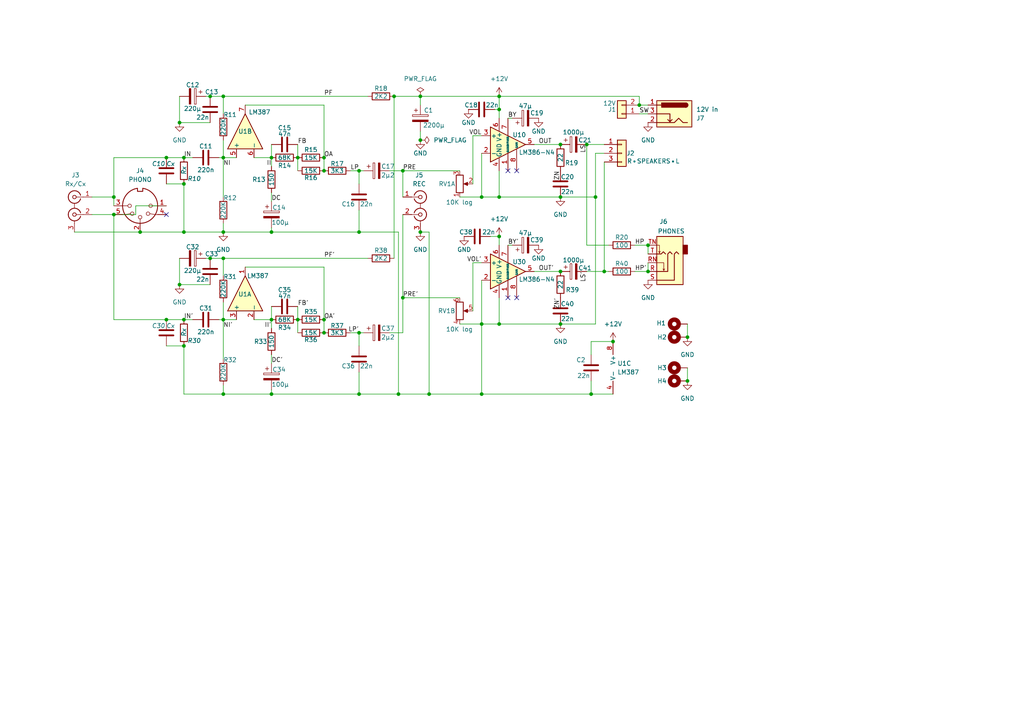
<source format=kicad_sch>
(kicad_sch (version 20231120) (generator "eeschema") (generator_version "8.0")
  (paper "A4")
  (title_block (title "TuchAudio 320 integrated phono amp") (date "2025-10-25") (rev "v1") (company "@zuiko21"))
  (lib_symbols
    (symbol "Amplifier_Audio:LM386" (pin_names (offset 0.127))
      (property "Reference" "U" (at 1.27 7.62 0))
      (property "Value" "LM386" (at 1.27 5.08 0))
      (symbol "LM386_0_1"
        (polyline (pts (xy 5.08 0) (xy -5.08 5.08) (xy -5.08 -5.08) (xy 5.08 0)) (stroke (width 0.254)) (fill (type background)))
      )
      (symbol "LM386_1_1"
        (pin input line (at 0 -7.62 90) (length 5.08) (name "GAIN") (number "1"))
        (pin input line (at -7.62 -2.54 0) (length 2.54) (name "-") (number "2"))
        (pin input line (at -7.62 2.54 0) (length 2.54) (name "+") (number "3"))
        (pin power_in line (at -2.54 -7.62 90) (length 3.81) (name "GND") (number "4"))
        (pin output line (at 7.62 0 180) (length 2.54) (name "~") (number "5"))
        (pin power_in line (at -2.54 7.62 270) (length 3.81) (name "V+") (number "6"))
        (pin input line (at 0 7.62 270) (length 5.08) (name "BYPASS") (number "7"))
        (pin input line (at 2.54 -7.62 90) (length 6.35) (name "GAIN") (number "8"))
      )
    )
    (symbol "Amplifier_Operational:NE5532" (pin_names (offset 0.127))
      (property "Reference" "U" (at 0 5.08 0))
      (property "Value" "NE5532" (at 0 -5.08 0))
      (symbol "NE5532_1_1"
        (polyline (pts (xy -5.08 5.08) (xy 5.08 0) (xy -5.08 -5.08) (xy -5.08 5.08)) (stroke (width 0.254)) (fill (type background)))
        (pin output line (at 7.62 0 180) (length 2.54) (name "~") (number "1"))
        (pin input line (at -7.62 -2.54 0) (length 2.54) (name "-") (number "2"))
        (pin input line (at -7.62 2.54 0) (length 2.54) (name "+") (number "3"))
      )
      (symbol "NE5532_2_1"
        (polyline (pts (xy -5.08 5.08) (xy 5.08 0) (xy -5.08 -5.08) (xy -5.08 5.08)) (stroke (width 0.254)) (fill (type background)))
        (pin input line (at -7.62 2.54 0) (length 2.54) (name "+") (number "5"))
        (pin input line (at -7.62 -2.54 0) (length 2.54) (name "-") (number "6"))
        (pin output line (at 7.62 0 180) (length 2.54) (name "~") (number "7"))
      )
      (symbol "NE5532_3_1"
        (pin power_in line (at -2.54 -7.62 90) (length 3.81) (name "V-") (number "4"))
        (pin power_in line (at -2.54 7.62 270) (length 3.81) (name "V+") (number "8"))
      )
    )
    (symbol "Connector:Barrel_Jack_Switch" (pin_names hide)
      (property "Reference" "J" (at 0 5.334 0))
      (property "Value" "Barrel_Jack_Switch" (at 0 -5.08 0))
      (symbol "Barrel_Jack_Switch_0_1"
        (rectangle (start -5.08 3.81) (end 5.08 -3.81) (stroke (width 0.254)) (fill (type background)))
        (arc (start -3.302 3.175) (mid -3.9343 2.54) (end -3.302 1.905) (stroke (width 0.254)))
        (arc (start -3.302 3.175) (mid -3.9343 2.54) (end -3.302 1.905) (stroke (width 0.254)) (fill (type outline)))
        (polyline (pts (xy 1.27 -2.286) (xy 1.905 -1.651)) (stroke (width 0.254)))
        (polyline (pts (xy 5.08 2.54) (xy 3.81 2.54)) (stroke (width 0.254)))
        (polyline (pts (xy 5.08 0) (xy 1.27 0) (xy 1.27 -2.286) (xy 0.635 -1.651)) (stroke (width 0.254)))
        (polyline (pts (xy -3.81 -2.54) (xy -2.54 -2.54) (xy -1.27 -1.27) (xy 0 -2.54) (xy 2.54 -2.54) (xy 5.08 -2.54)) (stroke (width 0.254)))
        (rectangle (start 3.683 3.175) (end -3.302 1.905) (stroke (width 0.254)) (fill (type outline)))
      )
      (symbol "Barrel_Jack_Switch_1_1"
        (pin passive line (at 7.62 2.54 180) (length 2.54) (name "~") (number "1"))
        (pin passive line (at 7.62 -2.54 180) (length 2.54) (name "~") (number "2"))
        (pin passive line (at 7.62 0 180) (length 2.54) (name "~") (number "3"))
      )
    )
    (symbol "Connector:Conn_Coaxial_x2" (pin_names (offset 1.016) hide)
      (property "Reference" "J" (at 0 5.715 0))
      (property "Value" "Conn_Coaxial_x2" (at 2.921 0 90))
      (symbol "Conn_Coaxial_x2_0_1"
        (arc (start -1.778 -3.048) (mid 0.2311 -4.3466) (end 1.778 -2.54) (stroke (width 0.254)))
        (arc (start -1.778 2.032) (mid 0.2311 0.7334) (end 1.778 2.54) (stroke (width 0.254)))
        (circle (center 0 -2.54) (radius 0.508) (stroke (width 0.2032)))
        (polyline (pts (xy -2.54 -2.54) (xy -0.508 -2.54)))
        (polyline (pts (xy -2.54 2.54) (xy -0.508 2.54)))
        (polyline (pts (xy 0 -5.08) (xy 0 -4.318)))
        (polyline (pts (xy 0 0.762) (xy 0 -0.635)))
        (circle (center 0 2.54) (radius 0.508) (stroke (width 0.2032)))
        (arc (start 1.778 -2.54) (mid 0.2099 -0.7299) (end -1.778 -2.032) (stroke (width 0.254)))
        (arc (start 1.778 2.54) (mid 0.2099 4.3501) (end -1.778 3.048) (stroke (width 0.254)))
      )
      (symbol "Conn_Coaxial_x2_1_1"
        (pin passive line (at -5.08 2.54 0) (length 2.54) (name "IN1") (number "1"))
        (pin passive line (at -5.08 -2.54 0) (length 2.54) (name "IN2") (number "2"))
        (pin passive line (at 0 -7.62 90) (length 2.54) (name "EXT") (number "3"))
      )
    )
    (symbol "Connector:DIN-5_180degree" (pin_names (offset 1.016))
      (property "Reference" "J" (at 3.175 5.715 0))
      (property "Value" "DIN-5_180degree" (at 0 -6.35 0))
      (symbol "DIN-5_180degree_0_1"
        (arc (start -5.08 0) (mid -3.8609 -3.3364) (end -0.762 -5.08) (stroke (width 0.254)))
        (circle (center -3.048 0) (radius 0.508))
        (circle (center -2.286 2.286) (radius 0.508))
        (polyline (pts (xy -5.08 0) (xy -3.556 0)))
        (polyline (pts (xy 0 5.08) (xy 0 3.81)))
        (polyline (pts (xy 5.08 0) (xy 3.556 0)))
        (polyline (pts (xy -5.08 2.54) (xy -4.318 2.54) (xy -2.794 2.286)))
        (polyline (pts (xy 5.08 2.54) (xy 4.318 2.54) (xy 2.794 2.286)))
        (polyline (pts (xy -0.762 -4.953) (xy -0.762 -4.191) (xy 0.762 -4.191) (xy 0.762 -4.953)) (stroke (width 0.254)))
        (circle (center 0 3.302) (radius 0.508))
        (arc (start 0.762 -5.08) (mid 3.8685 -3.343) (end 5.08 0) (stroke (width 0.254)))
        (circle (center 2.286 2.286) (radius 0.508))
        (circle (center 3.048 0) (radius 0.508))
        (arc (start 5.08 0) (mid 0 5.0579) (end -5.08 0) (stroke (width 0.254)))
      )
      (symbol "DIN-5_180degree_1_1"
        (pin passive line (at -7.62 0 0) (length 2.54) (name "~") (number "1"))
        (pin passive line (at 0 7.62 270) (length 2.54) (name "~") (number "2"))
        (pin passive line (at 7.62 0 180) (length 2.54) (name "~") (number "3"))
        (pin passive line (at -7.62 2.54 0) (length 2.54) (name "~") (number "4"))
        (pin passive line (at 7.62 2.54 180) (length 2.54) (name "~") (number "5"))
      )
    )
    (symbol "Connector_Audio:AudioJack3_SwitchTR"
      (property "Reference" "J" (at 0 8.89 0))
      (property "Value" "AudioJack3_SwitchTR" (at 0 6.35 0))
      (symbol "AudioJack3_SwitchTR_0_1"
        (rectangle (start -5.08 -5.08) (end -6.35 -7.62) (stroke (width 0.254)) (fill (type outline)))
        (polyline (pts (xy 0.508 -0.254) (xy 0.762 -0.762)))
        (polyline (pts (xy 1.778 -5.334) (xy 2.032 -5.842)))
        (polyline (pts (xy 0 -5.08) (xy 0.635 -5.715) (xy 1.27 -5.08) (xy 2.54 -5.08)) (stroke (width 0.254)))
        (polyline (pts (xy 2.54 -7.62) (xy 1.778 -7.62) (xy 1.778 -5.334) (xy 1.524 -5.842)))
        (polyline (pts (xy 2.54 -2.54) (xy 0.508 -2.54) (xy 0.508 -0.254) (xy 0.254 -0.762)))
        (polyline (pts (xy -1.905 -5.08) (xy -1.27 -5.715) (xy -0.635 -5.08) (xy -0.635 0) (xy 2.54 0)) (stroke (width 0.254)))
        (polyline (pts (xy 2.54 2.54) (xy -2.54 2.54) (xy -2.54 -5.08) (xy -3.175 -5.715) (xy -3.81 -5.08)) (stroke (width 0.254)))
        (rectangle (start 2.54 3.81) (end -5.08 -10.16) (stroke (width 0.254)) (fill (type background)))
      )
      (symbol "AudioJack3_SwitchTR_1_1"
        (pin passive line (at 5.08 0 180) (length 2.54) (name "~") (number "R"))
        (pin passive line (at 5.08 -2.54 180) (length 2.54) (name "~") (number "RN"))
        (pin passive line (at 5.08 2.54 180) (length 2.54) (name "~") (number "S"))
        (pin passive line (at 5.08 -5.08 180) (length 2.54) (name "~") (number "T"))
        (pin passive line (at 5.08 -7.62 180) (length 2.54) (name "~") (number "TN"))
      )
    )
    (symbol "Connector_Generic:Conn_01x02" (pin_names (offset 1.016) hide)
      (property "Reference" "J" (at 0 2.54 0))
      (property "Value" "Conn_01x02" (at 0 -5.08 0))
      (symbol "Conn_01x02_1_1"
        (rectangle (start -1.27 -2.413) (end 0 -2.667) (stroke (width 0.1524)))
        (rectangle (start -1.27 0.127) (end 0 -0.127) (stroke (width 0.1524)))
        (rectangle (start -1.27 1.27) (end 1.27 -3.81) (stroke (width 0.254)) (fill (type background)))
        (pin passive line (at -5.08 0 0) (length 3.81) (name "Pin_1") (number "1"))
        (pin passive line (at -5.08 -2.54 0) (length 3.81) (name "Pin_2") (number "2"))
      )
    )
    (symbol "Connector_Generic:Conn_01x03" (pin_names (offset 1.016) hide)
      (property "Reference" "J" (at 0 5.08 0))
      (property "Value" "Conn_01x03" (at 0 -5.08 0))
      (symbol "Conn_01x03_1_1"
        (rectangle (start -1.27 -2.413) (end 0 -2.667) (stroke (width 0.1524)))
        (rectangle (start -1.27 0.127) (end 0 -0.127) (stroke (width 0.1524)))
        (rectangle (start -1.27 2.667) (end 0 2.413) (stroke (width 0.1524)))
        (rectangle (start -1.27 3.81) (end 1.27 -3.81) (stroke (width 0.254)) (fill (type background)))
        (pin passive line (at -5.08 2.54 0) (length 3.81) (name "Pin_1") (number "1"))
        (pin passive line (at -5.08 0 0) (length 3.81) (name "Pin_2") (number "2"))
        (pin passive line (at -5.08 -2.54 0) (length 3.81) (name "Pin_3") (number "3"))
      )
    )
    (symbol "Device:C" (pin_numbers hide) (pin_names (offset 0.254))
      (property "Reference" "C" (at 0.635 2.54 0))
      (property "Value" "C" (at 0.635 -2.54 0))
      (symbol "C_0_1"
        (polyline (pts (xy -2.032 -0.762) (xy 2.032 -0.762)) (stroke (width 0.508)))
        (polyline (pts (xy -2.032 0.762) (xy 2.032 0.762)) (stroke (width 0.508)))
      )
      (symbol "C_1_1"
        (pin passive line (at 0 3.81 270) (length 2.794) (name "~") (number "1"))
        (pin passive line (at 0 -3.81 90) (length 2.794) (name "~") (number "2"))
      )
    )
    (symbol "Device:C_Polarized" (pin_numbers hide) (pin_names (offset 0.254))
      (property "Reference" "C" (at 0.635 2.54 0))
      (property "Value" "C_Polarized" (at 0.635 -2.54 0))
      (symbol "C_Polarized_0_1"
        (rectangle (start -2.286 0.508) (end 2.286 1.016))
        (polyline (pts (xy -1.778 2.286) (xy -0.762 2.286)))
        (polyline (pts (xy -1.27 2.794) (xy -1.27 1.778)))
        (rectangle (start 2.286 -0.508) (end -2.286 -1.016) (fill (type outline)))
      )
      (symbol "C_Polarized_1_1"
        (pin passive line (at 0 3.81 270) (length 2.794) (name "~") (number "1"))
        (pin passive line (at 0 -3.81 90) (length 2.794) (name "~") (number "2"))
      )
    )
    (symbol "Device:R" (pin_numbers hide) (pin_names (offset 0))
      (property "Reference" "R" (at 2.032 0 90))
      (property "Value" "R" (at 0 0 90))
      (symbol "R_0_1"
        (rectangle (start -1.016 -2.54) (end 1.016 2.54) (stroke (width 0.254)))
      )
      (symbol "R_1_1"
        (pin passive line (at 0 3.81 270) (length 1.27) (name "~") (number "1"))
        (pin passive line (at 0 -3.81 90) (length 1.27) (name "~") (number "2"))
      )
    )
    (symbol "Device:R_Potentiometer_Dual_Separate" (pin_names (offset 1.016) hide)
      (property "Reference" "RV" (at -4.445 0 90))
      (property "Value" "R_Potentiometer_Dual_Separate" (at -2.54 0 90))
      (symbol "R_Potentiometer_Dual_Separate_0_1"
        (polyline (pts (xy 2.54 0) (xy 1.524 0)))
        (polyline (pts (xy 1.143 0) (xy 2.286 0.508) (xy 2.286 -0.508) (xy 1.143 0)) (fill (type outline)))
        (rectangle (start 1.016 2.54) (end -1.016 -2.54) (stroke (width 0.254)))
      )
      (symbol "R_Potentiometer_Dual_Separate_1_1"
        (pin passive line (at 0 3.81 270) (length 1.27) (name "1") (number "1"))
        (pin passive line (at 3.81 0 180) (length 1.27) (name "2") (number "2"))
        (pin passive line (at 0 -3.81 90) (length 1.27) (name "3") (number "3"))
      )
      (symbol "R_Potentiometer_Dual_Separate_2_1"
        (pin passive line (at 0 3.81 270) (length 1.27) (name "4") (number "4"))
        (pin passive line (at 3.81 0 180) (length 1.27) (name "5") (number "5"))
        (pin passive line (at 0 -3.81 90) (length 1.27) (name "6") (number "6"))
      )
    )
    (symbol "Mechanical:MountingHole_Pad" (pin_numbers hide) (pin_names (offset 1.016) hide) (exclude_from_sim yes) (in_bom no)
      (property "Reference" "H" (at 0 6.35 0))
      (property "Value" "MountingHole_Pad" (at 0 4.445 0))
      (symbol "MountingHole_Pad_0_1"
        (circle (center 0 1.27) (radius 1.27) (stroke (width 1.27)))
      )
      (symbol "MountingHole_Pad_1_1"
        (pin input line (at 0 -2.54 90) (length 2.54) (name "1") (number "1"))
      )
    )
    (symbol "power:+12V" (power) (pin_numbers hide) (pin_names (offset 0) hide)
      (property "Value" "+12V" (at 0 3.556 0))
      (symbol "+12V_0_1"
        (polyline (pts (xy -0.762 1.27) (xy 0 2.54)))
        (polyline (pts (xy 0 0) (xy 0 2.54)))
        (polyline (pts (xy 0 2.54) (xy 0.762 1.27)))
      )
      (symbol "+12V_1_1"
        (pin power_in line (at 0 0 90) (length 0) (name "~") (number "1"))
      )
    )
    (symbol "power:GND" (power) (pin_numbers hide) (pin_names (offset 0) hide)
      (property "Value" "GND" (at 0 -3.81 0))
      (symbol "GND_0_1"
        (polyline (pts (xy 0 0) (xy 0 -1.27) (xy 1.27 -1.27) (xy 0 -2.54) (xy -1.27 -1.27) (xy 0 -1.27)))
      )
      (symbol "GND_1_1"
        (pin power_in line (at 0 0 270) (length 0) (name "~") (number "1"))
      )
    )
    (symbol "power:PWR_FLAG" (power) (pin_numbers hide) (pin_names (offset 0) hide)
      (property "Value" "PWR_FLAG" (at 0 3.81 0))
      (symbol "PWR_FLAG_0_0"
        (pin power_out line (at 0 0 90) (length 0) (name "~") (number "1"))
      )
      (symbol "PWR_FLAG_0_1"
        (polyline (pts (xy 0 0) (xy 0 1.27) (xy -1.016 1.905) (xy 0 2.54) (xy 1.016 1.905) (xy 0 1.27)))
      )
    )
  )
  (junction (at 104.14 67.31))
  (junction (at 93.98 45.72))
  (junction (at 116.84 86.36))
  (junction (at 144.78 57.15))
  (junction (at 60.96 27.94))
  (junction (at 86.36 92.71))
  (junction (at 115.57 114.3))
  (junction (at 170.18 41.91))
  (junction (at 121.92 67.31))
  (junction (at 104.14 96.52))
  (junction (at 93.98 49.53))
  (junction (at 53.34 67.31))
  (junction (at 139.7 114.3))
  (junction (at 171.45 114.3))
  (junction (at 48.26 45.72))
  (junction (at 93.98 92.71))
  (junction (at 78.74 67.31))
  (junction (at 199.39 97.79))
  (junction (at 162.56 41.91))
  (junction (at 144.78 31.75))
  (junction (at 78.74 92.71))
  (junction (at 53.34 45.72))
  (junction (at 64.77 27.94))
  (junction (at 144.78 93.98))
  (junction (at 33.02 62.23))
  (junction (at 162.56 57.15))
  (junction (at 53.34 92.71))
  (junction (at 185.42 30.48))
  (junction (at 64.77 67.31))
  (junction (at 53.34 53.34))
  (junction (at 121.92 27.94))
  (junction (at 175.26 78.74))
  (junction (at 162.56 93.98))
  (junction (at 52.07 82.55))
  (junction (at 114.3 27.94))
  (junction (at 48.26 92.71))
  (junction (at 33.02 57.15))
  (junction (at 53.34 100.33))
  (junction (at 124.46 114.3))
  (junction (at 64.77 45.72))
  (junction (at 139.7 57.15))
  (junction (at 64.77 114.3))
  (junction (at 187.96 78.74))
  (junction (at 78.74 45.72))
  (junction (at 64.77 92.71))
  (junction (at 64.77 74.93))
  (junction (at 144.78 27.94))
  (junction (at 199.39 110.49))
  (junction (at 52.07 35.56))
  (junction (at 104.14 49.53))
  (junction (at 187.96 71.12))
  (junction (at 86.36 45.72))
  (junction (at 139.7 93.98))
  (junction (at 162.56 78.74))
  (junction (at 116.84 49.53))
  (junction (at 78.74 114.3))
  (junction (at 40.64 67.31))
  (junction (at 93.98 96.52))
  (junction (at 172.72 57.15))
  (junction (at 121.92 40.64))
  (junction (at 104.14 114.3))
  (junction (at 177.8 99.06))
  (junction (at 60.96 74.93))
  (junction (at 144.78 68.58))
  (no_connect (at 48.26 62.23))
  (no_connect (at 147.32 49.53))
  (no_connect (at 149.86 86.36))
  (no_connect (at 147.32 86.36))
  (no_connect (at 149.86 49.53))
  (wire (pts (xy 139.7 76.2) (xy 137.16 76.2)))
  (wire (pts (xy 78.74 113.03) (xy 78.74 114.3)))
  (wire (pts (xy 33.02 92.71) (xy 48.26 92.71)))
  (wire (pts (xy 104.14 60.96) (xy 104.14 67.31)))
  (wire (pts (xy 26.67 62.23) (xy 33.02 62.23)))
  (wire (pts (xy 162.56 57.15) (xy 172.72 57.15)))
  (wire (pts (xy 148.59 34.29) (xy 147.32 34.29)))
  (wire (pts (xy 116.84 86.36) (xy 116.84 62.23)))
  (wire (pts (xy 64.77 74.93) (xy 106.68 74.93)))
  (wire (pts (xy 78.74 55.88) (xy 78.74 58.42)))
  (wire (pts (xy 53.34 114.3) (xy 64.77 114.3)))
  (wire (pts (xy 113.03 49.53) (xy 116.84 49.53)))
  (wire (pts (xy 154.94 78.74) (xy 162.56 78.74)))
  (wire (pts (xy 59.69 27.94) (xy 60.96 27.94)))
  (wire (pts (xy 144.78 57.15) (xy 162.56 57.15)))
  (wire (pts (xy 104.14 100.33) (xy 104.14 96.52)))
  (wire (pts (xy 64.77 27.94) (xy 64.77 33.02)))
  (wire (pts (xy 64.77 92.71) (xy 68.58 92.71)))
  (wire (pts (xy 78.74 41.91) (xy 78.74 45.72)))
  (wire (pts (xy 53.34 67.31) (xy 64.77 67.31)))
  (wire (pts (xy 64.77 27.94) (xy 106.68 27.94)))
  (wire (pts (xy 187.96 76.2) (xy 187.96 78.74)))
  (wire (pts (xy 105.41 96.52) (xy 104.14 96.52)))
  (wire (pts (xy 144.78 49.53) (xy 144.78 57.15)))
  (wire (pts (xy 171.45 102.87) (xy 171.45 99.06)))
  (wire (pts (xy 52.07 82.55) (xy 52.07 74.93)))
  (wire (pts (xy 73.66 45.72) (xy 78.74 45.72)))
  (wire (pts (xy 64.77 114.3) (xy 78.74 114.3)))
  (wire (pts (xy 144.78 27.94) (xy 185.42 27.94)))
  (wire (pts (xy 78.74 66.04) (xy 78.74 67.31)))
  (wire (pts (xy 64.77 74.93) (xy 64.77 80.01)))
  (wire (pts (xy 175.26 78.74) (xy 176.53 78.74)))
  (wire (pts (xy 139.7 39.37) (xy 137.16 39.37)))
  (wire (pts (xy 139.7 114.3) (xy 124.46 114.3)))
  (wire (pts (xy 104.14 67.31) (xy 115.57 67.31)))
  (wire (pts (xy 121.92 30.48) (xy 121.92 27.94)))
  (wire (pts (xy 64.77 87.63) (xy 64.77 92.71)))
  (wire (pts (xy 139.7 44.45) (xy 139.7 57.15)))
  (wire (pts (xy 104.14 107.95) (xy 104.14 114.3)))
  (wire (pts (xy 64.77 92.71) (xy 64.77 104.14)))
  (wire (pts (xy 93.98 92.71) (xy 93.98 96.52)))
  (wire (pts (xy 78.74 88.9) (xy 78.74 92.71)))
  (wire (pts (xy 144.78 68.58) (xy 144.78 71.12)))
  (wire (pts (xy 116.84 49.53) (xy 116.84 57.15)))
  (wire (pts (xy 154.94 41.91) (xy 162.56 41.91)))
  (wire (pts (xy 170.18 41.91) (xy 175.26 41.91)))
  (wire (pts (xy 184.15 78.74) (xy 187.96 78.74)))
  (wire (pts (xy 144.78 31.75) (xy 143.51 31.75)))
  (wire (pts (xy 78.74 95.25) (xy 78.74 92.71)))
  (wire (pts (xy 187.96 71.12) (xy 187.96 73.66)))
  (wire (pts (xy 113.03 96.52) (xy 116.84 96.52)))
  (wire (pts (xy 137.16 39.37) (xy 137.16 53.34)))
  (wire (pts (xy 139.7 93.98) (xy 139.7 114.3)))
  (wire (pts (xy 101.6 96.52) (xy 104.14 96.52)))
  (wire (pts (xy 137.16 76.2) (xy 137.16 90.17)))
  (wire (pts (xy 170.18 71.12) (xy 170.18 41.91)))
  (wire (pts (xy 172.72 93.98) (xy 162.56 93.98)))
  (wire (pts (xy 115.57 114.3) (xy 124.46 114.3)))
  (wire (pts (xy 115.57 67.31) (xy 115.57 114.3)))
  (wire (pts (xy 199.39 106.68) (xy 199.39 110.49)))
  (wire (pts (xy 114.3 74.93) (xy 114.3 27.94)))
  (wire (pts (xy 139.7 114.3) (xy 171.45 114.3)))
  (wire (pts (xy 142.24 68.58) (xy 144.78 68.58)))
  (wire (pts (xy 40.64 67.31) (xy 53.34 67.31)))
  (wire (pts (xy 64.77 67.31) (xy 78.74 67.31)))
  (wire (pts (xy 93.98 77.47) (xy 93.98 92.71)))
  (wire (pts (xy 60.96 74.93) (xy 64.77 74.93)))
  (wire (pts (xy 148.59 71.12) (xy 147.32 71.12)))
  (wire (pts (xy 93.98 45.72) (xy 93.98 49.53)))
  (wire (pts (xy 48.26 100.33) (xy 53.34 100.33)))
  (wire (pts (xy 78.74 102.87) (xy 78.74 105.41)))
  (wire (pts (xy 172.72 57.15) (xy 172.72 44.45)))
  (wire (pts (xy 64.77 40.64) (xy 64.77 45.72)))
  (wire (pts (xy 104.14 53.34) (xy 104.14 49.53)))
  (wire (pts (xy 78.74 114.3) (xy 104.14 114.3)))
  (wire (pts (xy 116.84 49.53) (xy 133.35 49.53)))
  (wire (pts (xy 78.74 48.26) (xy 78.74 45.72)))
  (wire (pts (xy 86.36 45.72) (xy 86.36 49.53)))
  (wire (pts (xy 104.14 114.3) (xy 115.57 114.3)))
  (wire (pts (xy 144.78 31.75) (xy 144.78 27.94)))
  (wire (pts (xy 144.78 86.36) (xy 144.78 93.98)))
  (wire (pts (xy 33.02 62.23) (xy 33.02 92.71)))
  (wire (pts (xy 64.77 45.72) (xy 64.77 57.15)))
  (wire (pts (xy 33.02 62.23) (xy 39.37 62.23)))
  (wire (pts (xy 116.84 96.52) (xy 116.84 86.36)))
  (wire (pts (xy 171.45 99.06) (xy 177.8 99.06)))
  (wire (pts (xy 139.7 81.28) (xy 139.7 93.98)))
  (wire (pts (xy 53.34 45.72) (xy 55.88 45.72)))
  (wire (pts (xy 73.66 92.71) (xy 78.74 92.71)))
  (wire (pts (xy 63.5 45.72) (xy 64.77 45.72)))
  (wire (pts (xy 86.36 88.9) (xy 86.36 92.71)))
  (wire (pts (xy 139.7 57.15) (xy 144.78 57.15)))
  (wire (pts (xy 185.42 27.94) (xy 185.42 30.48)))
  (wire (pts (xy 64.77 111.76) (xy 64.77 114.3)))
  (wire (pts (xy 33.02 57.15) (xy 33.02 45.72)))
  (wire (pts (xy 185.42 33.02) (xy 187.96 33.02)))
  (wire (pts (xy 124.46 67.31) (xy 124.46 114.3)))
  (wire (pts (xy 71.12 77.47) (xy 93.98 77.47)))
  (wire (pts (xy 101.6 49.53) (xy 104.14 49.53)))
  (wire (pts (xy 78.74 67.31) (xy 104.14 67.31)))
  (wire (pts (xy 144.78 34.29) (xy 144.78 31.75)))
  (wire (pts (xy 144.78 93.98) (xy 162.56 93.98)))
  (wire (pts (xy 133.35 93.98) (xy 139.7 93.98)))
  (wire (pts (xy 86.36 41.91) (xy 86.36 45.72)))
  (wire (pts (xy 133.35 57.15) (xy 139.7 57.15)))
  (wire (pts (xy 21.59 67.31) (xy 40.64 67.31)))
  (wire (pts (xy 175.26 78.74) (xy 170.18 78.74)))
  (wire (pts (xy 172.72 57.15) (xy 172.72 93.98)))
  (wire (pts (xy 52.07 35.56) (xy 60.96 35.56)))
  (wire (pts (xy 105.41 49.53) (xy 104.14 49.53)))
  (wire (pts (xy 33.02 45.72) (xy 48.26 45.72)))
  (wire (pts (xy 184.15 71.12) (xy 187.96 71.12)))
  (wire (pts (xy 48.26 45.72) (xy 53.34 45.72)))
  (wire (pts (xy 53.34 53.34) (xy 53.34 67.31)))
  (wire (pts (xy 171.45 114.3) (xy 177.8 114.3)))
  (wire (pts (xy 53.34 100.33) (xy 53.34 114.3)))
  (wire (pts (xy 48.26 92.71) (xy 53.34 92.71)))
  (wire (pts (xy 59.69 74.93) (xy 60.96 74.93)))
  (wire (pts (xy 71.12 30.48) (xy 93.98 30.48)))
  (wire (pts (xy 64.77 64.77) (xy 64.77 67.31)))
  (wire (pts (xy 171.45 110.49) (xy 171.45 114.3)))
  (wire (pts (xy 114.3 27.94) (xy 121.92 27.94)))
  (wire (pts (xy 172.72 44.45) (xy 175.26 44.45)))
  (wire (pts (xy 116.84 86.36) (xy 133.35 86.36)))
  (wire (pts (xy 60.96 27.94) (xy 64.77 27.94)))
  (wire (pts (xy 86.36 92.71) (xy 86.36 96.52)))
  (wire (pts (xy 33.02 59.69) (xy 33.02 57.15)))
  (wire (pts (xy 93.98 30.48) (xy 93.98 45.72)))
  (wire (pts (xy 63.5 92.71) (xy 64.77 92.71)))
  (wire (pts (xy 52.07 82.55) (xy 60.96 82.55)))
  (wire (pts (xy 121.92 67.31) (xy 124.46 67.31)))
  (wire (pts (xy 53.34 92.71) (xy 55.88 92.71)))
  (wire (pts (xy 199.39 93.98) (xy 199.39 97.79)))
  (wire (pts (xy 52.07 35.56) (xy 52.07 27.94)))
  (wire (pts (xy 175.26 46.99) (xy 175.26 78.74)))
  (wire (pts (xy 185.42 30.48) (xy 187.96 30.48)))
  (wire (pts (xy 48.26 53.34) (xy 53.34 53.34)))
  (wire (pts (xy 176.53 71.12) (xy 170.18 71.12)))
  (wire (pts (xy 64.77 45.72) (xy 68.58 45.72)))
  (wire (pts (xy 121.92 27.94) (xy 144.78 27.94)))
  (wire (pts (xy 121.92 38.1) (xy 121.92 40.64)))
  (wire (pts (xy 139.7 93.98) (xy 144.78 93.98)))
  (wire (pts (xy 26.67 57.15) (xy 33.02 57.15)))
  (wire (pts (xy 39.37 62.23) (xy 39.37 59.69)))
  (wire (pts (xy 39.37 59.69) (xy 48.26 59.69)))
  (label "SW" (at 185.42 33.02 0))
  (label "ZN'" (at 162.56 86.36 270))
  (label "HP'" (at 184.15 78.74 0))
  (label "II'" (at 78.74 95.25 180))
  (label "LP'" (at 104.14 96.52 180))
  (label "OA" (at 93.98 45.72 0))
  (label "BY'" (at 147.32 71.12 0))
  (label "NI'" (at 64.77 95.25 0))
  (label "DC'" (at 78.74 105.41 0))
  (label "LP" (at 104.14 49.53 180))
  (label "PRE" (at 116.84 49.53 0))
  (label "NI" (at 64.77 48.26 0))
  (label "LS'" (at 170.18 78.74 270))
  (label "IN" (at 53.34 45.72 0))
  (label "II" (at 78.74 48.26 180))
  (label "VOL'" (at 139.7 76.2 180))
  (label "PF" (at 93.98 27.94 0))
  (label "VOL" (at 139.7 39.37 180))
  (label "OA'" (at 93.98 92.71 0))
  (label "ZN" (at 162.56 49.53 270))
  (label "OUT'" (at 156.21 78.74 0))
  (label "DC" (at 78.74 58.42 0))
  (label "IN'" (at 53.34 92.71 0))
  (label "PRE'" (at 116.84 86.36 0))
  (label "OUT" (at 156.21 41.91 0))
  (label "LS" (at 170.18 41.91 270))
  (label "FB" (at 86.36 41.91 0))
  (label "FB'" (at 86.36 88.9 0))
  (label "PF'" (at 93.98 74.93 0))
  (label "HP" (at 184.15 71.12 0))
  (label "BY" (at 147.32 34.29 0))
  (symbol (lib_id "Mechanical:MountingHole_Pad") (at 196.85 97.79 90) (unit 1) (exclude_from_sim yes) (in_bom no)
    (property "Reference" "H2" (at 192.024 97.79 90))
    (property "Value" "MountingHole_Pad" (effects (hide yes)))
    (property "Footprint" "MountingHole:MountingHole_3.2mm_M3_DIN965_Pad" (effects (hide yes)))
    (property "Description" "Mounting Hole with connection" (effects (hide yes)))
  )
  (symbol (lib_id "power:+12V") (at 144.78 27.94 0) (unit 1)
    (property "Reference" "#PWR5" (effects (hide yes)))
    (property "Value" "+12V" (at 144.78 22.86 0))
    (property "Description" "Power symbol creates a global label with name \"+12V\"" (effects (hide yes)))
  )
  (symbol (lib_id "Device:C") (at 59.69 92.71 90) (unit 1)
    (property "Reference" "C31" (at 59.69 89.408 90))
    (property "Value" "220n" (at 59.69 96.266 90))
    (property "Footprint" "Capacitor_THT:C_Rect_L7.2mm_W3.0mm_P5.00mm_FKS2_FKP2_MKS2_MKP2" (effects (hide yes)))
    (property "Description" "Unpolarized capacitor" (effects (hide yes)))
  )
  (symbol (lib_id "power:PWR_FLAG") (at 121.92 40.64 270) (unit 1)
    (property "Reference" "#FLG1" (effects (hide yes)))
    (property "Value" "PWR_FLAG" (at 125.73 40.6399 90) (effects (justify left)))
    (property "Description" "Special symbol for telling ERC where power comes from" (effects (hide yes)))
  )
  (symbol (lib_id "Amplifier_Operational:NE5532") (at 71.12 38.1 90) (unit 2)
    (property "Reference" "U1" (at 69.088 38.1 90) (effects (justify right)))
    (property "Value" "LM387" (at 72.136 32.512 90) (effects (justify right)))
    (property "Footprint" "Package_DIP:DIP-8_W7.62mm" (effects (hide yes)))
    (property "Datasheet" "http://www.ti.com/lit/ds/symlink/ne5532.pdf" (effects (hide yes)))
    (property "Description" "Dual Low-Noise Operational Amplifiers, DIP-8/SOIC-8" (effects (hide yes)))
  )
  (symbol (lib_id "Device:C_Polarized") (at 55.88 27.94 270) (unit 1)
    (property "Reference" "C12" (at 55.88 24.638 90))
    (property "Value" "220µ" (at 55.88 31.496 90))
    (property "Footprint" "Capacitor_THT:CP_Radial_D6.3mm_P2.50mm" (effects (hide yes)))
    (property "Description" "Polarized capacitor" (effects (hide yes)))
  )
  (symbol (lib_id "Connector:Barrel_Jack_Switch") (at 195.58 33.02 0) (mirror y) (unit 1)
    (property "Reference" "J7" (at 201.93 34.2901 0) (effects (justify right)))
    (property "Value" "12V in" (at 201.93 31.7501 0) (effects (justify right)))
    (property "Footprint" "Connector_BarrelJack:BarrelJack_GCT_DCJ200-10-A_Horizontal" (effects (hide yes)))
    (property "Description" "DC Barrel Jack with an internal switch" (effects (hide yes)))
  )
  (symbol (lib_id "Device:C_Polarized") (at 152.4 71.12 90) (unit 1)
    (property "Reference" "C39" (at 155.702 69.596 90))
    (property "Value" "47µ" (at 152.4 67.564 90))
    (property "Footprint" "Capacitor_THT:CP_Radial_D4.0mm_P1.50mm" (effects (hide yes)))
    (property "Description" "Polarized capacitor" (effects (hide yes)))
  )
  (symbol (lib_id "Device:C_Polarized") (at 109.22 49.53 90) (mirror x) (unit 1)
    (property "Reference" "C17" (at 112.522 48.26 90))
    (property "Value" "2µ2" (at 112.522 50.8 90))
    (property "Footprint" "Capacitor_THT:CP_Radial_D4.0mm_P1.50mm" (effects (hide yes)))
    (property "Description" "Polarized capacitor" (effects (hide yes)))
  )
  (symbol (lib_id "Device:C_Polarized") (at 166.37 41.91 90) (mirror x) (unit 1)
    (property "Reference" "C21" (at 169.672 40.64 90))
    (property "Value" "1000µ" (at 166.37 38.354 90))
    (property "Footprint" "Capacitor_THT:CP_Radial_D10.0mm_P5.00mm" (effects (hide yes)))
    (property "Description" "Polarized capacitor" (effects (hide yes)))
  )
  (symbol (lib_id "Device:C") (at 104.14 104.14 180) (unit 1)
    (property "Reference" "C36" (at 99.06 106.172 0) (effects (justify right)))
    (property "Value" "22n" (at 104.394 106.172 0) (effects (justify right)))
    (property "Footprint" "Capacitor_THT:C_Rect_L7.2mm_W2.5mm_P5.00mm_FKS2_FKP2_MKS2_MKP2" (effects (hide yes)))
    (property "Description" "Unpolarized capacitor" (effects (hide yes)))
  )
  (symbol (lib_id "power:GND") (at 156.21 71.12 0) (unit 1)
    (property "Reference" "#PWR8" (effects (hide yes)))
    (property "Value" "GND" (at 156.21 74.93 0))
    (property "Description" "Power symbol creates a global label with name \"GND\" , ground" (effects (hide yes)))
  )
  (symbol (lib_id "Connector_Generic:Conn_01x02") (at 180.34 33.02 180) (unit 1)
    (property "Reference" "J1" (at 177.546 31.75 0))
    (property "Value" "12V" (at 176.784 29.972 0))
    (property "Footprint" "Connector_JST:JST_EH_S2B-EH_1x02_P2.50mm_Horizontal" (effects (hide yes)))
    (property "Description" "Generic connector, single row, 01x02, script generated (kicad-library-utils/schlib/autogen/connector/)" (effects (hide yes)))
  )
  (symbol (lib_id "power:GND") (at 135.89 31.75 0) (unit 1)
    (property "Reference" "#PWR2" (effects (hide yes)))
    (property "Value" "GND" (at 135.89 35.56 0))
    (property "Description" "Power symbol creates a global label with name \"GND\" , ground" (effects (hide yes)))
  )
  (symbol (lib_id "Amplifier_Operational:NE5532") (at 71.12 85.09 90) (unit 1)
    (property "Reference" "U1" (at 69.088 85.344 90) (effects (justify right)))
    (property "Value" "LM387" (at 71.628 80.01 90) (effects (justify right)))
    (property "Footprint" "Package_DIP:DIP-8_W7.62mm" (effects (hide yes)))
    (property "Datasheet" "http://www.ti.com/lit/ds/symlink/ne5532.pdf" (effects (hide yes)))
    (property "Description" "Dual Low-Noise Operational Amplifiers, DIP-8/SOIC-8" (effects (hide yes)))
  )
  (symbol (lib_id "Device:C_Polarized") (at 55.88 74.93 270) (unit 1)
    (property "Reference" "C32" (at 55.88 71.628 90))
    (property "Value" "220µ" (at 55.88 78.486 90))
    (property "Footprint" "Capacitor_THT:CP_Radial_D6.3mm_P2.50mm" (effects (hide yes)))
    (property "Description" "Polarized capacitor" (effects (hide yes)))
  )
  (symbol (lib_id "Device:R") (at 162.56 82.55 0) (unit 1)
    (property "Reference" "R39" (at 164.084 84.074 0) (effects (justify left)))
    (property "Value" "22" (at 162.56 82.55 90))
    (property "Footprint" "Resistor_THT:R_Axial_DIN0207_L6.3mm_D2.5mm_P10.16mm_Horizontal" (effects (hide yes)))
    (property "Description" "Resistor" (effects (hide yes)))
  )
  (symbol (lib_id "Connector:Conn_Coaxial_x2") (at 121.92 59.69 0) (unit 1)
    (property "Reference" "J5" (at 121.6026 50.8 0))
    (property "Value" "REC" (at 121.6026 53.34 0))
    (property "Footprint" "durango:2xRCA_vertical" (effects (hide yes)))
    (property "Description" "double coaxial connector (BNC, SMA, SMB, SMC, Cinch/RCA, LEMO, ...)" (effects (hide yes)))
  )
  (symbol (lib_id "Device:C") (at 48.26 96.52 0) (unit 1)
    (property "Reference" "C30" (at 47.752 94.488 0) (effects (font (italic yes)) (justify right)))
    (property "Value" "Cx" (at 50.546 94.488 0) (effects (font (italic yes)) (justify right)))
    (property "Footprint" "Connector_PinSocket_2.54mm:PinSocket_1x02_P2.54mm_Vertical" (effects (hide yes)))
    (property "Description" "Unpolarized capacitor" (effects (hide yes)))
  )
  (symbol (lib_id "power:GND") (at 121.92 40.64 0) (unit 1)
    (property "Reference" "#PWR9" (effects (hide yes)))
    (property "Value" "GND" (at 121.92 44.45 0))
    (property "Description" "Power symbol creates a global label with name \"GND\" , ground" (effects (hide yes)))
  )
  (symbol (lib_id "Mechanical:MountingHole_Pad") (at 196.85 110.49 90) (unit 1) (exclude_from_sim yes) (in_bom no)
    (property "Reference" "H4" (at 192.024 110.49 90))
    (property "Value" "MountingHole_Pad" (effects (hide yes)))
    (property "Footprint" "MountingHole:MountingHole_3.2mm_M3_DIN965_Pad" (effects (hide yes)))
    (property "Description" "Mounting Hole with connection" (effects (hide yes)))
  )
  (symbol (lib_id "Amplifier_Audio:LM386") (at 147.32 78.74 0) (unit 1)
    (property "Reference" "U30" (at 150.622 75.946 0))
    (property "Value" "LM386-N4" (at 155.702 81.026 0))
    (property "Footprint" "Package_DIP:DIP-8_W7.62mm" (effects (hide yes)))
    (property "Datasheet" "http://www.ti.com/lit/ds/symlink/lm386.pdf" (effects (hide yes)))
    (property "Description" "Low Voltage Audio Power Amplifier, DIP-8/SOIC-8/SSOP-8" (effects (hide yes)))
  )
  (symbol (lib_id "Amplifier_Audio:LM386") (at 147.32 41.91 0) (unit 1)
    (property "Reference" "U10" (at 150.622 39.116 0))
    (property "Value" "LM386-N4" (at 155.702 44.196 0))
    (property "Footprint" "Package_DIP:DIP-8_W7.62mm" (effects (hide yes)))
    (property "Datasheet" "http://www.ti.com/lit/ds/symlink/lm386.pdf" (effects (hide yes)))
    (property "Description" "Low Voltage Audio Power Amplifier, DIP-8/SOIC-8/SSOP-8" (effects (hide yes)))
  )
  (symbol (lib_id "Device:R_Potentiometer_Dual_Separate") (at 133.35 90.17 0) (mirror x) (unit 2)
    (property "Reference" "RV1" (at 132.08 90.17 0) (effects (justify right)))
    (property "Value" "10K log" (at 137.16 95.504 0) (effects (justify right)))
    (property "Footprint" "durango:Potentiometer_Alps_225G_Dual_Horizontal" (effects (hide yes)))
    (property "Description" "Dual potentiometer, separate units" (effects (hide yes)))
  )
  (symbol (lib_id "Mechanical:MountingHole_Pad") (at 196.85 106.68 90) (unit 1) (exclude_from_sim yes) (in_bom no)
    (property "Reference" "H3" (at 192.024 106.68 90))
    (property "Value" "MountingHole_Pad" (effects (hide yes)))
    (property "Footprint" "MountingHole:MountingHole_3.2mm_M3_DIN965_Pad" (effects (hide yes)))
    (property "Description" "Mounting Hole with connection" (effects (hide yes)))
  )
  (symbol (lib_id "Device:R") (at 180.34 78.74 90) (unit 1)
    (property "Reference" "R40" (at 180.34 76.454 90))
    (property "Value" "100" (at 180.34 78.74 90))
    (property "Footprint" "Resistor_THT:R_Axial_DIN0207_L6.3mm_D2.5mm_P10.16mm_Horizontal" (effects (hide yes)))
    (property "Description" "Resistor" (effects (hide yes)))
  )
  (symbol (lib_id "Device:R") (at 53.34 96.52 0) (unit 1)
    (property "Reference" "R30" (at 54.356 98.806 0) (effects (font (italic yes)) (justify left)))
    (property "Value" "Rx" (at 53.34 96.52 90) (effects (font (italic yes))))
    (property "Footprint" "Connector_PinSocket_2.54mm:PinSocket_1x02_P2.54mm_Vertical" (effects (hide yes)))
    (property "Description" "Resistor" (effects (hide yes)))
  )
  (symbol (lib_id "Device:C_Polarized") (at 78.74 62.23 0) (unit 1)
    (property "Reference" "C14" (at 78.994 60.198 0) (effects (justify left)))
    (property "Value" "100µ" (at 78.74 64.516 0) (effects (justify left)))
    (property "Footprint" "Capacitor_THT:CP_Radial_D4.0mm_P1.50mm" (effects (hide yes)))
    (property "Description" "Polarized capacitor" (effects (hide yes)))
  )
  (symbol (lib_id "Device:C") (at 82.55 41.91 90) (unit 1)
    (property "Reference" "C15" (at 82.55 37.084 90))
    (property "Value" "47n" (at 82.55 38.862 90))
    (property "Footprint" "Capacitor_THT:C_Rect_L7.2mm_W2.5mm_P5.00mm_FKS2_FKP2_MKS2_MKP2" (effects (hide yes)))
    (property "Description" "Unpolarized capacitor" (effects (hide yes)))
  )
  (symbol (lib_id "Device:R") (at 90.17 92.71 90) (unit 1)
    (property "Reference" "R35" (at 90.17 90.424 90))
    (property "Value" "15K" (at 90.17 92.71 90))
    (property "Footprint" "Resistor_THT:R_Axial_DIN0207_L6.3mm_D2.5mm_P10.16mm_Horizontal" (effects (hide yes)))
    (property "Description" "Resistor" (effects (hide yes)))
  )
  (symbol (lib_id "Device:C") (at 171.45 106.68 180) (unit 1)
    (property "Reference" "C2" (at 167.132 104.394 0) (effects (justify right)))
    (property "Value" "22n" (at 167.386 108.966 0) (effects (justify right)))
    (property "Footprint" "Capacitor_THT:C_Disc_D6.0mm_W2.5mm_P5.00mm" (effects (hide yes)))
    (property "Description" "Unpolarized capacitor" (effects (hide yes)))
  )
  (symbol (lib_id "Device:R") (at 64.77 107.95 0) (unit 1)
    (property "Reference" "R32" (at 64.77 104.394 0) (effects (justify left)))
    (property "Value" "220K" (at 64.77 107.95 90))
    (property "Footprint" "Resistor_THT:R_Axial_DIN0207_L6.3mm_D2.5mm_P10.16mm_Horizontal" (effects (hide yes)))
    (property "Description" "Resistor" (effects (hide yes)))
  )
  (symbol (lib_id "Device:R") (at 97.79 96.52 90) (unit 1)
    (property "Reference" "R37" (at 97.79 94.488 90))
    (property "Value" "3K3" (at 97.79 96.52 90))
    (property "Footprint" "Resistor_THT:R_Axial_DIN0207_L6.3mm_D2.5mm_P10.16mm_Horizontal" (effects (hide yes)))
    (property "Description" "Resistor" (effects (hide yes)))
  )
  (symbol (lib_id "Device:R") (at 180.34 71.12 90) (unit 1)
    (property "Reference" "R20" (at 180.34 68.834 90))
    (property "Value" "100" (at 180.34 71.12 90))
    (property "Footprint" "Resistor_THT:R_Axial_DIN0207_L6.3mm_D2.5mm_P10.16mm_Horizontal" (effects (hide yes)))
    (property "Description" "Resistor" (effects (hide yes)))
  )
  (symbol (lib_id "Device:C_Polarized") (at 109.22 96.52 90) (mirror x) (unit 1)
    (property "Reference" "C37" (at 112.522 95.25 90))
    (property "Value" "2µ2" (at 112.522 97.79 90))
    (property "Footprint" "Capacitor_THT:CP_Radial_D4.0mm_P1.50mm" (effects (hide yes)))
    (property "Description" "Polarized capacitor" (effects (hide yes)))
  )
  (symbol (lib_id "power:GND") (at 121.92 67.31 0) (unit 1)
    (property "Reference" "#PWR17" (effects (hide yes)))
    (property "Value" "GND" (at 121.92 72.39 0))
    (property "Description" "Power symbol creates a global label with name \"GND\" , ground" (effects (hide yes)))
  )
  (symbol (lib_id "Device:R") (at 78.74 52.07 0) (unit 1)
    (property "Reference" "R13" (at 73.152 52.07 0) (effects (justify left)))
    (property "Value" "150" (at 78.74 52.07 90))
    (property "Footprint" "Resistor_THT:R_Axial_DIN0207_L6.3mm_D2.5mm_P10.16mm_Horizontal" (effects (hide yes)))
    (property "Description" "Resistor" (effects (hide yes)))
  )
  (symbol (lib_id "Connector_Audio:AudioJack3_SwitchTR") (at 193.04 78.74 180) (unit 1)
    (property "Reference" "J6" (at 191.262 64.262 0) (effects (justify right)))
    (property "Value" "PHONES" (at 190.754 67.056 0) (effects (justify right)))
    (property "Footprint" "Connector_Audio:Jack_3.5mm_CUI_SJ1-3525N_Horizontal" (effects (hide yes)))
    (property "Description" "Audio Jack, 3 Poles (Stereo / TRS), Switched TR Poles (Normalling)" (effects (hide yes)))
  )
  (symbol (lib_id "Device:R") (at 162.56 45.72 0) (unit 1)
    (property "Reference" "R19" (at 163.83 47.244 0) (effects (justify left)))
    (property "Value" "22" (at 162.56 45.72 90))
    (property "Footprint" "Resistor_THT:R_Axial_DIN0207_L6.3mm_D2.5mm_P10.16mm_Horizontal" (effects (hide yes)))
    (property "Description" "Resistor" (effects (hide yes)))
  )
  (symbol (lib_id "Device:R") (at 110.49 27.94 90) (unit 1)
    (property "Reference" "R18" (at 110.49 25.654 90))
    (property "Value" "2K2" (at 110.49 27.94 90))
    (property "Footprint" "Resistor_THT:R_Axial_DIN0207_L6.3mm_D2.5mm_P10.16mm_Horizontal" (effects (hide yes)))
    (property "Description" "Resistor" (effects (hide yes)))
  )
  (symbol (lib_id "power:GND") (at 199.39 97.79 0) (unit 1)
    (property "Reference" "#PWR18" (effects (hide yes)))
    (property "Value" "GND" (at 199.39 102.87 0))
    (property "Description" "Power symbol creates a global label with name \"GND\" , ground" (effects (hide yes)))
  )
  (symbol (lib_id "Device:C_Polarized") (at 121.92 34.29 0) (unit 1)
    (property "Reference" "C1" (at 122.936 32.004 0) (effects (justify left)))
    (property "Value" "2200µ" (at 122.682 36.322 0) (effects (justify left)))
    (property "Footprint" "Capacitor_THT:CP_Radial_D13.0mm_P5.00mm" (effects (hide yes)))
    (property "Description" "Polarized capacitor" (effects (hide yes)))
  )
  (symbol (lib_id "Device:C") (at 82.55 88.9 90) (unit 1)
    (property "Reference" "C35" (at 82.55 84.074 90))
    (property "Value" "47n" (at 82.55 85.852 90))
    (property "Footprint" "Capacitor_THT:C_Rect_L7.2mm_W2.5mm_P5.00mm_FKS2_FKP2_MKS2_MKP2" (effects (hide yes)))
    (property "Description" "Unpolarized capacitor" (effects (hide yes)))
  )
  (symbol (lib_id "power:GND") (at 162.56 57.15 0) (unit 1)
    (property "Reference" "#PWR10" (effects (hide yes)))
    (property "Value" "GND" (at 162.56 62.23 0))
    (property "Description" "Power symbol creates a global label with name \"GND\" , ground" (effects (hide yes)))
  )
  (symbol (lib_id "Device:C") (at 139.7 31.75 90) (unit 1)
    (property "Reference" "C18" (at 136.652 30.48 90))
    (property "Value" "22n" (at 142.748 30.48 90))
    (property "Footprint" "Capacitor_THT:C_Disc_D6.0mm_W2.5mm_P5.00mm" (effects (hide yes)))
    (property "Description" "Unpolarized capacitor" (effects (hide yes)))
  )
  (symbol (lib_id "Device:C_Polarized") (at 78.74 109.22 0) (unit 1)
    (property "Reference" "C34" (at 78.994 107.188 0) (effects (justify left)))
    (property "Value" "100µ" (at 78.74 111.506 0) (effects (justify left)))
    (property "Footprint" "Capacitor_THT:CP_Radial_D4.0mm_P1.50mm" (effects (hide yes)))
    (property "Description" "Polarized capacitor" (effects (hide yes)))
  )
  (symbol (lib_id "power:GND") (at 52.07 82.55 0) (unit 1)
    (property "Reference" "#PWR4" (effects (hide yes)))
    (property "Value" "GND" (at 52.07 87.63 0))
    (property "Description" "Power symbol creates a global label with name \"GND\" , ground" (effects (hide yes)))
  )
  (symbol (lib_id "Device:R") (at 64.77 83.82 0) (unit 1)
    (property "Reference" "R31" (at 64.77 80.264 0) (effects (justify left)))
    (property "Value" "220K" (at 64.77 83.82 90))
    (property "Footprint" "Resistor_THT:R_Axial_DIN0207_L6.3mm_D2.5mm_P10.16mm_Horizontal" (effects (hide yes)))
    (property "Description" "Resistor" (effects (hide yes)))
  )
  (symbol (lib_id "Device:C") (at 104.14 57.15 180) (unit 1)
    (property "Reference" "C16" (at 99.06 59.182 0) (effects (justify right)))
    (property "Value" "22n" (at 104.394 59.182 0) (effects (justify right)))
    (property "Footprint" "Capacitor_THT:C_Rect_L7.2mm_W2.5mm_P5.00mm_FKS2_FKP2_MKS2_MKP2" (effects (hide yes)))
    (property "Description" "Unpolarized capacitor" (effects (hide yes)))
  )
  (symbol (lib_id "Device:R") (at 82.55 92.71 90) (unit 1)
    (property "Reference" "R34" (at 82.55 94.996 90))
    (property "Value" "68K" (at 82.55 92.71 90))
    (property "Footprint" "Resistor_THT:R_Axial_DIN0207_L6.3mm_D2.5mm_P10.16mm_Horizontal" (effects (hide yes)))
    (property "Description" "Resistor" (effects (hide yes)))
  )
  (symbol (lib_id "Device:C") (at 60.96 78.74 180) (unit 1)
    (property "Reference" "C33" (at 59.436 73.66 0) (effects (justify right)))
    (property "Value" "22n" (at 56.896 81.026 0) (effects (justify right)))
    (property "Footprint" "Capacitor_THT:C_Disc_D6.0mm_W2.5mm_P5.00mm" (effects (hide yes)))
    (property "Description" "Unpolarized capacitor" (effects (hide yes)))
  )
  (symbol (lib_id "power:+12V") (at 144.78 68.58 0) (unit 1)
    (property "Reference" "#PWR6" (effects (hide yes)))
    (property "Value" "+12V" (at 144.78 63.5 0))
    (property "Description" "Power symbol creates a global label with name \"+12V\"" (effects (hide yes)))
  )
  (symbol (lib_id "Device:R_Potentiometer_Dual_Separate") (at 133.35 53.34 0) (mirror x) (unit 1)
    (property "Reference" "RV1" (at 132.08 53.34 0) (effects (justify right)))
    (property "Value" "10K log" (at 137.16 58.674 0) (effects (justify right)))
    (property "Footprint" "durango:Potentiometer_Alps_225G_Dual_Horizontal" (effects (hide yes)))
    (property "Description" "Dual potentiometer, separate units" (effects (hide yes)))
  )
  (symbol (lib_id "Device:C_Polarized") (at 152.4 34.29 90) (unit 1)
    (property "Reference" "C19" (at 155.702 32.766 90))
    (property "Value" "47µ" (at 152.4 30.734 90))
    (property "Footprint" "Capacitor_THT:CP_Radial_D4.0mm_P1.50mm" (effects (hide yes)))
    (property "Description" "Polarized capacitor" (effects (hide yes)))
  )
  (symbol (lib_id "Device:C") (at 60.96 31.75 180) (unit 1)
    (property "Reference" "C13" (at 59.436 26.67 0) (effects (justify right)))
    (property "Value" "22n" (at 56.896 34.036 0) (effects (justify right)))
    (property "Footprint" "Capacitor_THT:C_Disc_D6.0mm_W2.5mm_P5.00mm" (effects (hide yes)))
    (property "Description" "Unpolarized capacitor" (effects (hide yes)))
  )
  (symbol (lib_id "Device:C") (at 59.69 45.72 90) (unit 1)
    (property "Reference" "C11" (at 59.69 42.418 90))
    (property "Value" "220n" (at 59.69 49.276 90))
    (property "Footprint" "Capacitor_THT:C_Rect_L7.2mm_W3.0mm_P5.00mm_FKS2_FKP2_MKS2_MKP2" (effects (hide yes)))
    (property "Description" "Unpolarized capacitor" (effects (hide yes)))
  )
  (symbol (lib_id "Connector:Conn_Coaxial_x2") (at 21.59 59.69 0) (mirror y) (unit 1)
    (property "Reference" "J3" (at 21.9074 50.8 0))
    (property "Value" "Rx/Cx" (at 21.9074 53.34 0))
    (property "Footprint" "durango:2xRCA_vertical" (effects (hide yes)))
    (property "Description" "double coaxial connector (BNC, SMA, SMB, SMC, Cinch/RCA, LEMO, ...)" (effects (hide yes)))
  )
  (symbol (lib_id "Device:C_Polarized") (at 166.37 78.74 90) (mirror x) (unit 1)
    (property "Reference" "C41" (at 169.672 77.724 90))
    (property "Value" "1000µ" (at 166.37 75.438 90))
    (property "Footprint" "Capacitor_THT:CP_Radial_D10.0mm_P5.00mm" (effects (hide yes)))
    (property "Description" "Polarized capacitor" (effects (hide yes)))
  )
  (symbol (lib_id "Device:R") (at 97.79 49.53 90) (unit 1)
    (property "Reference" "R17" (at 97.79 47.498 90))
    (property "Value" "3K3" (at 97.79 49.53 90))
    (property "Footprint" "Resistor_THT:R_Axial_DIN0207_L6.3mm_D2.5mm_P10.16mm_Horizontal" (effects (hide yes)))
    (property "Description" "Resistor" (effects (hide yes)))
  )
  (symbol (lib_id "Device:C") (at 162.56 53.34 0) (unit 1)
    (property "Reference" "C20" (at 164.592 51.308 0))
    (property "Value" "22n" (at 164.592 55.626 0))
    (property "Footprint" "Capacitor_THT:C_Disc_D6.0mm_W2.5mm_P5.00mm" (effects (hide yes)))
    (property "Description" "Unpolarized capacitor" (effects (hide yes)))
  )
  (symbol (lib_id "Connector_Generic:Conn_01x03") (at 180.34 44.45 0) (unit 1)
    (property "Reference" "J2" (at 182.88 44.45 0))
    (property "Value" "R•SPEAKERS•L" (at 189.484 46.736 0))
    (property "Footprint" "TerminalBlock:TerminalBlock_MaiXu_MX126-5.0-03P_1x03_P5.00mm" (effects (hide yes)))
    (property "Description" "Generic connector, single row, 01x03, script generated (kicad-library-utils/schlib/autogen/connector/)" (effects (hide yes)))
  )
  (symbol (lib_id "power:GND") (at 187.96 35.56 0) (mirror y) (unit 1)
    (property "Reference" "#PWR12" (effects (hide yes)))
    (property "Value" "GND" (at 187.96 40.64 0))
    (property "Description" "Power symbol creates a global label with name \"GND\" , ground" (effects (hide yes)))
  )
  (symbol (lib_id "power:GND") (at 52.07 35.56 0) (unit 1)
    (property "Reference" "#PWR1" (effects (hide yes)))
    (property "Value" "GND" (at 52.07 40.64 0))
    (property "Description" "Power symbol creates a global label with name \"GND\" , ground" (effects (hide yes)))
  )
  (symbol (lib_id "Device:R") (at 90.17 49.53 90) (unit 1)
    (property "Reference" "R16" (at 90.17 51.562 90))
    (property "Value" "15K" (at 90.17 49.53 90))
    (property "Footprint" "Resistor_THT:R_Axial_DIN0207_L6.3mm_D2.5mm_P10.16mm_Horizontal" (effects (hide yes)))
    (property "Description" "Resistor" (effects (hide yes)))
  )
  (symbol (lib_id "Device:R") (at 82.55 45.72 90) (unit 1)
    (property "Reference" "R14" (at 82.55 48.006 90))
    (property "Value" "68K" (at 82.55 45.72 90))
    (property "Footprint" "Resistor_THT:R_Axial_DIN0207_L6.3mm_D2.5mm_P10.16mm_Horizontal" (effects (hide yes)))
    (property "Description" "Resistor" (effects (hide yes)))
  )
  (symbol (lib_id "power:GND") (at 162.56 93.98 0) (unit 1)
    (property "Reference" "#PWR11" (effects (hide yes)))
    (property "Value" "GND" (at 162.56 99.06 0))
    (property "Description" "Power symbol creates a global label with name \"GND\" , ground" (effects (hide yes)))
  )
  (symbol (lib_id "Device:C") (at 138.43 68.58 90) (unit 1)
    (property "Reference" "C38" (at 135.128 67.31 90))
    (property "Value" "22n" (at 141.732 67.31 90))
    (property "Footprint" "Capacitor_THT:C_Disc_D6.0mm_W2.5mm_P5.00mm" (effects (hide yes)))
    (property "Description" "Unpolarized capacitor" (effects (hide yes)))
  )
  (symbol (lib_id "Device:R") (at 110.49 74.93 90) (unit 1)
    (property "Reference" "R38" (at 110.49 72.644 90))
    (property "Value" "2K2" (at 110.49 74.93 90))
    (property "Footprint" "Resistor_THT:R_Axial_DIN0207_L6.3mm_D2.5mm_P10.16mm_Horizontal" (effects (hide yes)))
    (property "Description" "Resistor" (effects (hide yes)))
  )
  (symbol (lib_id "Connector:DIN-5_180degree") (at 40.64 59.69 180) (unit 1)
    (property "Reference" "J4" (at 40.6399 49.53 0))
    (property "Value" "PHONO" (at 40.6399 52.07 0))
    (property "Footprint" "durango:DIN 5-180deg" (effects (hide yes)))
    (property "Datasheet" "http://www.mouser.com/ds/2/18/40_c091_abd_e-75918.pdf" (effects (hide yes)))
    (property "Description" "5-pin DIN connector (5-pin DIN-5 stereo)" (effects (hide yes)))
  )
  (symbol (lib_id "Device:R") (at 90.17 96.52 90) (unit 1)
    (property "Reference" "R36" (at 90.17 98.552 90))
    (property "Value" "15K" (at 90.17 96.52 90))
    (property "Footprint" "Resistor_THT:R_Axial_DIN0207_L6.3mm_D2.5mm_P10.16mm_Horizontal" (effects (hide yes)))
    (property "Description" "Resistor" (effects (hide yes)))
  )
  (symbol (lib_id "Amplifier_Operational:NE5532") (at 180.34 106.68 0) (unit 3)
    (property "Reference" "U1" (at 179.07 105.4099 0) (effects (justify left)))
    (property "Value" "LM387" (at 179.07 107.9499 0) (effects (justify left)))
    (property "Footprint" "Package_DIP:DIP-8_W7.62mm" (effects (hide yes)))
    (property "Datasheet" "http://www.ti.com/lit/ds/symlink/ne5532.pdf" (effects (hide yes)))
    (property "Description" "Dual Low-Noise Operational Amplifiers, DIP-8/SOIC-8" (effects (hide yes)))
  )
  (symbol (lib_id "Mechanical:MountingHole_Pad") (at 196.85 93.98 90) (unit 1) (exclude_from_sim yes) (in_bom no)
    (property "Reference" "H1" (at 191.77 93.726 90))
    (property "Value" "MountingHole_Pad" (effects (hide yes)))
    (property "Footprint" "MountingHole:MountingHole_3.2mm_M3_DIN965_Pad" (effects (hide yes)))
    (property "Description" "Mounting Hole with connection" (effects (hide yes)))
  )
  (symbol (lib_id "Device:C") (at 162.56 90.17 0) (unit 1)
    (property "Reference" "C40" (at 164.592 88.138 0))
    (property "Value" "22n" (at 164.592 92.456 0))
    (property "Footprint" "Capacitor_THT:C_Disc_D6.0mm_W2.5mm_P5.00mm" (effects (hide yes)))
    (property "Description" "Unpolarized capacitor" (effects (hide yes)))
  )
  (symbol (lib_id "power:+12V") (at 177.8 99.06 0) (unit 1)
    (property "Reference" "#PWR15" (effects (hide yes)))
    (property "Value" "+12V" (at 177.8 93.98 0))
    (property "Description" "Power symbol creates a global label with name \"+12V\"" (effects (hide yes)))
  )
  (symbol (lib_id "Device:C") (at 48.26 49.53 0) (unit 1)
    (property "Reference" "C10" (at 47.752 47.498 0) (effects (font (italic yes)) (justify right)))
    (property "Value" "Cx" (at 50.546 47.498 0) (effects (font (italic yes)) (justify right)))
    (property "Footprint" "Connector_PinSocket_2.54mm:PinSocket_1x02_P2.54mm_Vertical" (effects (hide yes)))
    (property "Description" "Unpolarized capacitor" (effects (hide yes)))
  )
  (symbol (lib_id "Device:R") (at 78.74 99.06 0) (unit 1)
    (property "Reference" "R33" (at 73.66 99.06 0) (effects (justify left)))
    (property "Value" "150" (at 78.74 99.06 90))
    (property "Footprint" "Resistor_THT:R_Axial_DIN0207_L6.3mm_D2.5mm_P10.16mm_Horizontal" (effects (hide yes)))
    (property "Description" "Resistor" (effects (hide yes)))
  )
  (symbol (lib_id "Device:R") (at 64.77 60.96 0) (unit 1)
    (property "Reference" "R12" (at 64.77 57.404 0) (effects (justify left)))
    (property "Value" "220K" (at 64.77 60.96 90))
    (property "Footprint" "Resistor_THT:R_Axial_DIN0207_L6.3mm_D2.5mm_P10.16mm_Horizontal" (effects (hide yes)))
    (property "Description" "Resistor" (effects (hide yes)))
  )
  (symbol (lib_id "power:PWR_FLAG") (at 121.92 27.94 0) (unit 1)
    (property "Reference" "#FLG2" (effects (hide yes)))
    (property "Value" "PWR_FLAG" (at 121.92 22.86 0))
    (property "Description" "Special symbol for telling ERC where power comes from" (effects (hide yes)))
  )
  (symbol (lib_id "Device:R") (at 64.77 36.83 0) (unit 1)
    (property "Reference" "R11" (at 64.77 33.274 0) (effects (justify left)))
    (property "Value" "220K" (at 64.77 36.83 90))
    (property "Footprint" "Resistor_THT:R_Axial_DIN0207_L6.3mm_D2.5mm_P10.16mm_Horizontal" (effects (hide yes)))
    (property "Description" "Resistor" (effects (hide yes)))
  )
  (symbol (lib_id "power:GND") (at 134.62 68.58 0) (unit 1)
    (property "Reference" "#PWR3" (effects (hide yes)))
    (property "Value" "GND" (at 134.62 72.39 0))
    (property "Description" "Power symbol creates a global label with name \"GND\" , ground" (effects (hide yes)))
  )
  (symbol (lib_id "power:GND") (at 64.77 67.31 0) (unit 1)
    (property "Reference" "#PWR14" (effects (hide yes)))
    (property "Value" "GND" (at 64.77 72.39 0))
    (property "Description" "Power symbol creates a global label with name \"GND\" , ground" (effects (hide yes)))
  )
  (symbol (lib_id "power:GND") (at 156.21 34.29 0) (unit 1)
    (property "Reference" "#PWR7" (effects (hide yes)))
    (property "Value" "GND" (at 156.21 38.1 0))
    (property "Description" "Power symbol creates a global label with name \"GND\" , ground" (effects (hide yes)))
  )
  (symbol (lib_id "power:GND") (at 187.96 81.28 0) (unit 1)
    (property "Reference" "#PWR16" (effects (hide yes)))
    (property "Value" "GND" (at 187.96 86.36 0))
    (property "Description" "Power symbol creates a global label with name \"GND\" , ground" (effects (hide yes)))
  )
  (symbol (lib_id "Device:R") (at 90.17 45.72 90) (unit 1)
    (property "Reference" "R15" (at 90.17 43.434 90))
    (property "Value" "15K" (at 90.17 45.72 90))
    (property "Footprint" "Resistor_THT:R_Axial_DIN0207_L6.3mm_D2.5mm_P10.16mm_Horizontal" (effects (hide yes)))
    (property "Description" "Resistor" (effects (hide yes)))
  )
  (symbol (lib_id "power:GND") (at 199.39 110.49 0) (unit 1)
    (property "Reference" "#PWR13" (effects (hide yes)))
    (property "Value" "GND" (at 199.39 115.57 0))
    (property "Description" "Power symbol creates a global label with name \"GND\" , ground" (effects (hide yes)))
  )
  (symbol (lib_id "Device:R") (at 53.34 49.53 0) (unit 1)
    (property "Reference" "R10" (at 54.356 51.816 0) (effects (font (italic yes)) (justify left)))
    (property "Value" "Rx" (at 53.34 49.53 90) (effects (font (italic yes))))
    (property "Footprint" "Connector_PinSocket_2.54mm:PinSocket_1x02_P2.54mm_Vertical" (effects (hide yes)))
    (property "Description" "Resistor" (effects (hide yes)))
  )
)
</source>
